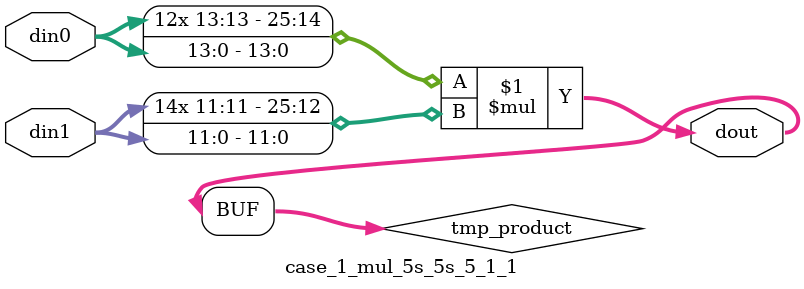
<source format=v>

`timescale 1 ns / 1 ps

 module case_1_mul_5s_5s_5_1_1(din0, din1, dout);
parameter ID = 1;
parameter NUM_STAGE = 0;
parameter din0_WIDTH = 14;
parameter din1_WIDTH = 12;
parameter dout_WIDTH = 26;

input [din0_WIDTH - 1 : 0] din0; 
input [din1_WIDTH - 1 : 0] din1; 
output [dout_WIDTH - 1 : 0] dout;

wire signed [dout_WIDTH - 1 : 0] tmp_product;



























assign tmp_product = $signed(din0) * $signed(din1);








assign dout = tmp_product;





















endmodule

</source>
